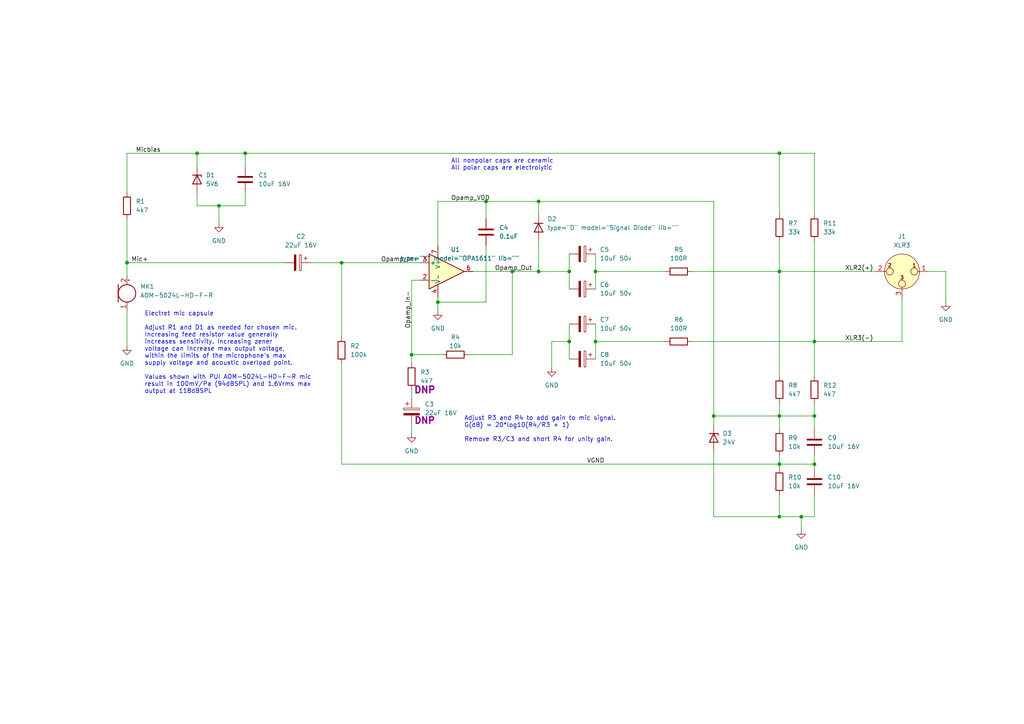
<source format=kicad_sch>
(kicad_sch (version 20230121) (generator eeschema)
  (paper "A4")
  (title_block (title "OpenRefMic") (date "2022-06-13") (rev "1.0") (company "Loudifier - MIT license - https://github.com/loudifier/OpenRefMic"))
  (lib_symbols
    (symbol "Connector:XLR3" (pin_names hide)
      (property "Reference" "J" (at 0 8.89 0))
      (property "Value" "XLR3" (at 0 6.35 0))
      (symbol "XLR3_0_1"
        (circle (center -3.556 0) (radius 1.016))
        (circle (center 0 -3.556) (radius 1.016))
        (polyline (pts (xy -5.08 0) (xy -4.572 0)))
        (polyline (pts (xy 0 -5.08) (xy 0 -4.572)))
        (polyline (pts (xy 5.08 0) (xy 4.572 0)))
        (circle (center 0 0) (radius 5.08) (fill (type background)))
        (circle (center 3.556 0) (radius 1.016))
        (text "1" (at -3.556 1.778 0) (effects (font (size 1.016 1.016) bold)))
        (text "2" (at 3.556 1.778 0) (effects (font (size 1.016 1.016) bold)))
        (text "3" (at 0 -1.778 0) (effects (font (size 1.016 1.016) bold)))
        (pin passive line (at -7.62 0 0) (length 2.54) (name "~") (number "1"))
        (pin passive line (at 7.62 0 180) (length 2.54) (name "~") (number "2"))
        (pin passive line (at 0 -7.62 90) (length 2.54) (name "~") (number "3"))
      )
    )
    (symbol "D_Zener_1" (pin_numbers hide) (pin_names (offset 1.016) hide)
      (property "Reference" "D1" (at 2.54 1.2701 90))
      (property "Value" "D_Zener_1" (at 2.54 -1.2699 90))
      (symbol "D_Zener_1_0_1"
        (polyline (pts (xy 1.27 0) (xy -1.27 0)))
        (polyline (pts (xy -1.27 -1.27) (xy -1.27 1.27) (xy -0.762 1.27)) (stroke (width 0.254)))
        (polyline (pts (xy 1.27 -1.27) (xy 1.27 1.27) (xy -1.27 0) (xy 1.27 -1.27)) (stroke (width 0.254)))
      )
      (symbol "D_Zener_1_1_1"
        (pin passive line (at 3.81 0 180) (length 2.54) (name "A") (number "1"))
        (pin passive line (at -3.81 0 0) (length 2.54) (name "K") (number "3"))
      )
    )
    (symbol "Device:C" (pin_numbers hide) (pin_names (offset 0.254))
      (property "Reference" "C" (at 0.635 2.54 0))
      (property "Value" "C" (at 0.635 -2.54 0))
      (symbol "C_0_1"
        (polyline (pts (xy -2.032 -0.762) (xy 2.032 -0.762)) (stroke (width 0.508)))
        (polyline (pts (xy -2.032 0.762) (xy 2.032 0.762)) (stroke (width 0.508)))
      )
      (symbol "C_1_1"
        (pin passive line (at 0 3.81 270) (length 2.794) (name "~") (number "1"))
        (pin passive line (at 0 -3.81 90) (length 2.794) (name "~") (number "2"))
      )
    )
    (symbol "Device:C_Polarized" (pin_numbers hide) (pin_names (offset 0.254))
      (property "Reference" "C" (at 0.635 2.54 0))
      (property "Value" "C_Polarized" (at 0.635 -2.54 0))
      (symbol "C_Polarized_0_1"
        (rectangle (start -2.286 0.508) (end 2.286 1.016))
        (polyline (pts (xy -1.778 2.286) (xy -0.762 2.286)))
        (polyline (pts (xy -1.27 2.794) (xy -1.27 1.778)))
        (rectangle (start 2.286 -0.508) (end -2.286 -1.016) (fill (type outline)))
      )
      (symbol "C_Polarized_1_1"
        (pin passive line (at 0 3.81 270) (length 2.794) (name "~") (number "1"))
        (pin passive line (at 0 -3.81 90) (length 2.794) (name "~") (number "2"))
      )
    )
    (symbol "Device:D_Zener" (pin_numbers hide) (pin_names (offset 1.016) hide)
      (property "Reference" "D3" (at 2.54 1.2701 90))
      (property "Value" "24V" (at 2.54 -1.2699 90))
      (symbol "D_Zener_0_1"
        (polyline (pts (xy 1.27 0) (xy -1.27 0)))
        (polyline (pts (xy -1.27 -1.27) (xy -1.27 1.27) (xy -0.762 1.27)) (stroke (width 0.254)))
        (polyline (pts (xy 1.27 -1.27) (xy 1.27 1.27) (xy -1.27 0) (xy 1.27 -1.27)) (stroke (width 0.254)))
      )
      (symbol "D_Zener_1_1"
        (pin passive line (at 3.81 0 180) (length 2.54) (name "A") (number "1"))
        (pin passive line (at -3.81 0 0) (length 2.54) (name "K") (number "3"))
      )
    )
    (symbol "Device:Microphone" (pin_names (offset 0.0254) hide)
      (property "Reference" "MK" (at -3.81 1.27 0))
      (property "Value" "Microphone" (at -3.81 -0.635 0))
      (symbol "Microphone_0_1"
        (polyline (pts (xy -2.54 2.54) (xy -2.54 -2.54)) (stroke (width 0.254)))
        (polyline (pts (xy 0.254 3.81) (xy 0.762 3.81)))
        (polyline (pts (xy 0.508 4.064) (xy 0.508 3.556)))
        (circle (center 0 0) (radius 2.54) (stroke (width 0.254)))
      )
      (symbol "Microphone_1_1"
        (pin passive line (at 0 -5.08 90) (length 2.54) (name "-") (number "1"))
        (pin passive line (at 0 5.08 270) (length 2.54) (name "+") (number "2"))
      )
    )
    (symbol "Device:R" (pin_numbers hide) (pin_names (offset 0))
      (property "Reference" "R" (at 2.032 0 90))
      (property "Value" "R" (at 0 0 90))
      (symbol "R_0_1"
        (rectangle (start -1.016 -2.54) (end 1.016 2.54) (stroke (width 0.254)))
      )
      (symbol "R_1_1"
        (pin passive line (at 0 3.81 270) (length 1.27) (name "~") (number "1"))
        (pin passive line (at 0 -3.81 90) (length 1.27) (name "~") (number "2"))
      )
    )
    (symbol "Simulation_SPICE:DIODE" (pin_numbers hide) (pin_names (offset 1.016) hide)
      (property "Reference" "D2" (at 2.54 1.2701 90))
      (property "Value" "DIODE" (at 2.54 -1.2699 90))
      (symbol "DIODE_0_1"
        (polyline (pts (xy 1.27 0) (xy -1.27 0)))
        (polyline (pts (xy 1.27 1.27) (xy 1.27 -1.27)) (stroke (width 0.254)))
        (polyline (pts (xy -1.27 -1.27) (xy -1.27 1.27) (xy 1.27 0) (xy -1.27 -1.27)) (stroke (width 0.254)))
      )
      (symbol "DIODE_1_1"
        (pin passive line (at -3.81 0 0) (length 2.54) (name "A") (number "1"))
        (pin passive line (at 3.81 0 180) (length 2.54) (name "K") (number "3"))
      )
    )
    (symbol "Simulation_SPICE:OPAMP" (pin_names (offset 0.254))
      (property "Reference" "U1" (at 10.16 4.699 0))
      (property "Value" "OPAMP" (at 10.16 2.159 0))
      (symbol "OPAMP_0_1"
        (polyline (pts (xy 5.08 0) (xy -5.08 5.08) (xy -5.08 -5.08) (xy 5.08 0)) (stroke (width 0.254)) (fill (type background)))
      )
      (symbol "OPAMP_1_1"
        (pin input line (at -7.62 -2.54 0) (length 2.54) (name "-") (number "2"))
        (pin input line (at -7.62 2.54 0) (length 2.54) (name "+") (number "3"))
        (pin power_in line (at -2.54 -7.62 90) (length 3.81) (name "V-") (number "4"))
        (pin output line (at 7.62 0 180) (length 2.54) (name "~") (number "6"))
        (pin power_in line (at -2.54 7.62 270) (length 3.81) (name "V+") (number "7"))
      )
    )
    (symbol "power:GND" (power) (pin_names (offset 0))
      (property "Value" "GND" (at 0 -3.81 0))
      (symbol "GND_0_1"
        (polyline (pts (xy 0 0) (xy 0 -1.27) (xy 1.27 -1.27) (xy 0 -2.54) (xy -1.27 -1.27) (xy 0 -1.27)))
      )
      (symbol "GND_1_1"
        (pin power_in line (at 0 0 270) (length 0) hide (name "GND") (number "1"))
      )
    )
  )
  (junction (at 99.06 76.2))
  (junction (at 236.22 99.06))
  (junction (at 236.22 120.65))
  (junction (at 165.1 78.74))
  (junction (at 172.72 99.06))
  (junction (at 140.97 58.42))
  (junction (at 226.06 44.45))
  (junction (at 226.06 120.65))
  (junction (at 226.06 149.86))
  (junction (at 127 87.63))
  (junction (at 148.59 78.74))
  (junction (at 207.01 120.65))
  (junction (at 156.21 58.42))
  (junction (at 226.06 134.62))
  (junction (at 63.5 59.69))
  (junction (at 236.22 134.62))
  (junction (at 172.72 78.74))
  (junction (at 57.15 44.45))
  (junction (at 119.38 102.87))
  (junction (at 156.21 78.74))
  (junction (at 71.12 44.45))
  (junction (at 232.41 149.86))
  (junction (at 226.06 78.74))
  (junction (at 36.83 76.2))
  (junction (at 165.1 99.06))
  (wire (pts (xy 71.12 44.45) (xy 71.12 48.26)))
  (wire (pts (xy 63.5 59.69) (xy 63.5 64.77)))
  (wire (pts (xy 156.21 78.7838) (xy 156.21 78.74)))
  (wire (pts (xy 236.22 120.65) (xy 236.22 124.46)))
  (wire (pts (xy 119.38 113.03) (xy 119.38 115.57)))
  (wire (pts (xy 99.06 134.62) (xy 226.06 134.62)))
  (wire (pts (xy 127 58.42) (xy 140.97 58.42)))
  (wire (pts (xy 161.29 78.74) (xy 165.1 78.74)))
  (wire (pts (xy 57.15 59.69) (xy 63.5 59.69)))
  (wire (pts (xy 165.1 73.66) (xy 165.1 78.74)))
  (wire (pts (xy 226.06 120.65) (xy 226.06 124.46)))
  (wire (pts (xy 119.38 102.87) (xy 119.38 105.41)))
  (wire (pts (xy 226.06 78.74) (xy 254 78.74)))
  (wire (pts (xy 236.22 62.23) (xy 236.22 44.45)))
  (wire (pts (xy 226.06 134.62) (xy 226.06 135.89)))
  (wire (pts (xy 161.29 78.74) (xy 156.21 78.7838)))
  (wire (pts (xy 226.06 69.85) (xy 226.06 78.74)))
  (wire (pts (xy 172.72 78.74) (xy 193.04 78.74)))
  (wire (pts (xy 156.21 58.42) (xy 156.21 62.23)))
  (wire (pts (xy 140.97 58.42) (xy 140.97 63.5)))
  (wire (pts (xy 148.59 78.74) (xy 156.21 78.74)))
  (wire (pts (xy 57.15 44.45) (xy 57.15 48.26)))
  (wire (pts (xy 165.1 99.06) (xy 165.1 104.14)))
  (wire (pts (xy 207.01 58.42) (xy 207.01 120.65)))
  (wire (pts (xy 172.72 99.06) (xy 193.04 99.06)))
  (wire (pts (xy 99.06 97.79) (xy 99.06 76.2)))
  (wire (pts (xy 236.22 134.62) (xy 236.22 135.89)))
  (wire (pts (xy 119.38 81.28) (xy 119.38 102.87)))
  (wire (pts (xy 36.83 63.5) (xy 36.83 76.2)))
  (wire (pts (xy 156.21 69.85) (xy 156.21 78.74)))
  (wire (pts (xy 232.41 149.86) (xy 236.22 149.86)))
  (wire (pts (xy 236.22 116.84) (xy 236.22 120.65)))
  (wire (pts (xy 236.22 132.08) (xy 236.22 134.62)))
  (wire (pts (xy 140.97 87.63) (xy 127 87.63)))
  (wire (pts (xy 172.72 78.74) (xy 172.72 83.82)))
  (wire (pts (xy 128.27 102.87) (xy 119.38 102.87)))
  (wire (pts (xy 207.01 120.65) (xy 226.06 120.65)))
  (wire (pts (xy 261.62 86.36) (xy 261.62 99.06)))
  (wire (pts (xy 261.62 99.06) (xy 236.22 99.06)))
  (wire (pts (xy 36.83 90.17) (xy 36.83 100.33)))
  (wire (pts (xy 90.17 76.2) (xy 99.06 76.2)))
  (wire (pts (xy 165.1 78.74) (xy 165.1 83.82)))
  (wire (pts (xy 165.1 93.98) (xy 165.1 99.06)))
  (wire (pts (xy 274.32 87.63) (xy 274.32 78.74)))
  (wire (pts (xy 99.06 76.2) (xy 121.92 76.2)))
  (wire (pts (xy 63.5 59.69) (xy 71.12 59.69)))
  (wire (pts (xy 57.15 55.88) (xy 57.15 59.69)))
  (wire (pts (xy 226.06 44.45) (xy 71.12 44.45)))
  (wire (pts (xy 236.22 99.06) (xy 236.22 109.22)))
  (wire (pts (xy 232.41 149.86) (xy 226.06 149.86)))
  (wire (pts (xy 36.83 44.45) (xy 36.83 55.88)))
  (wire (pts (xy 165.1 99.06) (xy 160.02 99.06)))
  (wire (pts (xy 226.06 132.08) (xy 226.06 134.62)))
  (wire (pts (xy 200.66 99.06) (xy 236.22 99.06)))
  (wire (pts (xy 236.22 149.86) (xy 236.22 143.51)))
  (wire (pts (xy 36.83 44.45) (xy 57.15 44.45)))
  (wire (pts (xy 172.72 93.98) (xy 172.72 99.06)))
  (wire (pts (xy 36.83 76.2) (xy 36.83 80.01)))
  (wire (pts (xy 127 86.36) (xy 127 87.63)))
  (wire (pts (xy 119.38 123.19) (xy 119.38 125.73)))
  (wire (pts (xy 127 71.12) (xy 127 58.42)))
  (wire (pts (xy 207.01 130.81) (xy 207.01 149.86)))
  (wire (pts (xy 232.41 149.86) (xy 232.41 153.67)))
  (wire (pts (xy 172.72 73.66) (xy 172.72 78.74)))
  (wire (pts (xy 207.01 149.86) (xy 226.06 149.86)))
  (wire (pts (xy 236.22 69.85) (xy 236.22 99.06)))
  (wire (pts (xy 121.92 81.28) (xy 119.38 81.28)))
  (wire (pts (xy 226.06 120.65) (xy 236.22 120.65)))
  (wire (pts (xy 148.59 102.87) (xy 148.59 78.74)))
  (wire (pts (xy 200.66 78.74) (xy 226.06 78.74)))
  (wire (pts (xy 236.22 44.45) (xy 226.06 44.45)))
  (wire (pts (xy 160.02 99.06) (xy 160.02 106.6362)))
  (wire (pts (xy 156.21 58.42) (xy 207.01 58.42)))
  (wire (pts (xy 172.72 99.06) (xy 172.72 104.14)))
  (wire (pts (xy 71.12 44.45) (xy 57.15 44.45)))
  (wire (pts (xy 99.06 105.41) (xy 99.06 134.62)))
  (wire (pts (xy 135.89 102.87) (xy 148.59 102.87)))
  (wire (pts (xy 127 87.63) (xy 127 90.17)))
  (wire (pts (xy 140.97 58.42) (xy 156.21 58.42)))
  (wire (pts (xy 71.12 55.88) (xy 71.12 59.69)))
  (wire (pts (xy 226.06 109.22) (xy 226.06 78.74)))
  (wire (pts (xy 140.97 71.12) (xy 140.97 87.63)))
  (wire (pts (xy 207.01 123.19) (xy 207.01 120.65)))
  (wire (pts (xy 226.06 149.86) (xy 226.06 143.51)))
  (wire (pts (xy 274.32 78.74) (xy 269.24 78.74)))
  (wire (pts (xy 137.16 78.74) (xy 148.59 78.74)))
  (wire (pts (xy 226.06 134.62) (xy 236.22 134.62)))
  (wire (pts (xy 226.06 116.84) (xy 226.06 120.65)))
  (wire (pts (xy 36.83 76.2) (xy 82.55 76.2)))
  (wire (pts (xy 226.06 44.45) (xy 226.06 62.23)))
  (text "All nonpolar caps are ceramic\nAll polar caps are electrolytic" (at 130.81 49.53 0) (effects (font (size 1.27 1.27)) (justify left bottom)))
  (text "Adjust R3 and R4 to add gain to mic signal.\nG(dB) = 20*log10(R4/R3 + 1)\n\nRemove R3/C3 and short R4 for unity gain. " (at 134.62 128.27 0) (effects (font (size 1.27 1.27)) (justify left bottom)))
  (text "Electret mic capsule\n\nAdjust R1 and D1 as needed for chosen mic.\nIncreasing feed resistor value generally\nincreases sensitivity. Increasing zener\nvoltage can increase max output voltage,\nwithin the limits of the microphone's max\nsupply voltage and acoustic overload point.\n\nValues shown with PUI AOM-5024L-HD-F-R mic\nresult in 100mV/Pa (94dBSPL) and 1.6Vrms max\noutput at 118dBSPL" (at 41.91 114.3 0) (effects (font (size 1.27 1.27)) (justify left bottom)))
  (label "XLR3(-)" (at 245.11 99.06 0))
  (label "Opamp_In+" (at 110.49 76.2 0))
  (label "Opamp_VDD" (at 130.81 58.42 0))
  (label "Micbias" (at 39.37 44.45 0))
  (label "Opamp_In-" (at 119.38 95.25 90))
  (label "Opamp_Out" (at 143.51 78.74 0))
  (label "XLR2(+)" (at 245.11 78.74 0))
  (label "Mic+" (at 38.1 76.2 0))
  (label "VGND" (at 170.18 134.62 0))
  (symbol (lib_id "Simulation_SPICE:OPAMP") (at 129.54 78.74 0) (unit 1)
    (property "Reference" "U1" (at 132.08 72.39 0))
    (property "Value" "${SIM.PARAMS}" (at 133.35 74.93 0))
    (property "Footprint" "Package_SO:SOIC-8_3.9x4.9mm_P1.27mm" (effects hide))
    (property "Sim.Device" "SPICE" (effects hide))
    (property "Sim.Params" "type=\"X\" model=\"OPA1611\" lib=\"\"" (effects hide))
    (property "Sim.Pins" "2=1 3=2 4=3 6=4 7=5" (effects hide))
  )
  (symbol (lib_id "Device:R") (at 196.85 78.74 90) (unit 1)
    (property "Reference" "R5" (at 196.85 72.39 90))
    (property "Value" "100R" (at 196.85 74.93 90))
    (property "Footprint" "Resistor_SMD:R_0603_1608Metric_Pad0.98x0.95mm_HandSolder" (effects hide))
  )
  (symbol (lib_id "Device:D_Zener") (at 207.01 127 270) (unit 1)
    (property "Reference" "D3" (at 209.55 125.73 90) (effects (justify left)))
    (property "Value" "24V" (at 209.55 128.27 90) (effects (justify left)))
    (property "Footprint" "Package_TO_SOT_SMD:SOT-23_Handsoldering" (effects hide))
  )
  (symbol (lib_id "Simulation_SPICE:DIODE") (at 156.21 66.04 90) (unit 1)
    (property "Reference" "D2" (at 158.75 63.5 90) (effects (justify right)))
    (property "Value" "${SIM.PARAMS}" (at 158.75 66.04 90) (effects (justify right)))
    (property "Footprint" "Package_TO_SOT_SMD:SOT-23_Handsoldering" (effects hide))
    (property "Sim.Device" "SPICE" (effects hide))
    (property "Sim.Params" "type=\"D\" model=\"Signal Diode\" lib=\"\"" (effects hide))
    (property "Sim.Pins" "1=1 3=2" (effects hide))
  )
  (symbol (lib_id "power:GND") (at 36.83 100.33 0) (unit 1)
    (property "Reference" "#PWR01" (effects hide))
    (property "Value" "GND" (at 36.83 105.41 0))
  )
  (symbol (lib_id "power:GND") (at 232.41 153.67 0) (unit 1)
    (property "Reference" "#PWR06" (effects hide))
    (property "Value" "GND" (at 232.41 158.75 0))
  )
  (symbol (lib_id "Device:C_Polarized") (at 119.38 119.38 0) (unit 1) (in_bom no)
    (property "Reference" "C3" (at 123.19 117.2209 0) (effects (justify left)))
    (property "Value" "22uF 16V" (at 123.19 119.7609 0) (effects (justify left)))
    (property "Footprint" "Capacitor_SMD:CP_Elec_5x5.4" (effects hide))
    (property "DNP" "DNP" (at 123.19 121.92 0) (effects (font (size 1.905 1.905) bold)))
  )
  (symbol (lib_id "Device:C") (at 236.22 128.27 0) (unit 1)
    (property "Reference" "C9" (at 240.03 126.9999 0) (effects (justify left)))
    (property "Value" "10uF 16V" (at 240.03 129.5399 0) (effects (justify left)))
    (property "Footprint" "Capacitor_SMD:C_0805_2012Metric_Pad1.18x1.45mm_HandSolder" (effects hide))
  )
  (symbol (lib_id "power:GND") (at 160.02 106.6362 0) (unit 1)
    (property "Reference" "#PWR05" (effects hide))
    (property "Value" "GND" (at 160.02 111.7162 0))
  )
  (symbol (lib_id "Device:R") (at 226.06 139.7 0) (unit 1)
    (property "Reference" "R10" (at 228.6 138.4299 0) (effects (justify left)))
    (property "Value" "10k" (at 228.6 140.9699 0) (effects (justify left)))
    (property "Footprint" "Resistor_SMD:R_0603_1608Metric_Pad0.98x0.95mm_HandSolder" (effects hide))
  )
  (symbol (lib_id "power:GND") (at 119.38 125.73 0) (unit 1)
    (property "Reference" "#PWR03" (effects hide))
    (property "Value" "GND" (at 119.38 130.81 0))
  )
  (symbol (lib_id "Device:R") (at 226.06 66.04 0) (unit 1)
    (property "Reference" "R7" (at 228.6 64.7699 0) (effects (justify left)))
    (property "Value" "33k" (at 228.6 67.3099 0) (effects (justify left)))
    (property "Footprint" "Resistor_SMD:R_0603_1608Metric_Pad0.98x0.95mm_HandSolder" (effects hide))
  )
  (symbol (lib_id "Device:C") (at 71.12 52.07 0) (unit 1)
    (property "Reference" "C1" (at 74.93 50.7999 0) (effects (justify left)))
    (property "Value" "10uF 16V" (at 74.93 53.3399 0) (effects (justify left)))
    (property "Footprint" "Capacitor_SMD:C_0805_2012Metric_Pad1.18x1.45mm_HandSolder" (effects hide))
  )
  (symbol (lib_id "Device:Microphone") (at 36.83 85.09 0) (unit 1)
    (property "Reference" "MK1" (at 40.64 83.1214 0) (effects (justify left)))
    (property "Value" "AOM-5024L-HD-F-R" (at 40.64 85.6614 0) (effects (justify left)))
    (property "Footprint" "Connector_PinHeader_2.54mm:PinHeader_1x02_P2.54mm_Vertical" (effects hide))
  )
  (symbol (lib_id "power:GND") (at 63.5 64.77 0) (unit 1)
    (property "Reference" "#PWR02" (effects hide))
    (property "Value" "GND" (at 63.5 69.85 0))
  )
  (symbol (lib_id "Device:C_Polarized") (at 168.91 104.14 270) (unit 1)
    (property "Reference" "C8" (at 173.99 102.87 90) (effects (justify left)))
    (property "Value" "10uF 50v" (at 173.99 105.41 90) (effects (justify left)))
    (property "Footprint" "Capacitor_SMD:CP_Elec_6.3x5.4_Nichicon" (effects hide))
  )
  (symbol (lib_id "Device:R") (at 226.06 128.27 0) (unit 1)
    (property "Reference" "R9" (at 228.6 126.9999 0) (effects (justify left)))
    (property "Value" "10k" (at 228.6 129.5399 0) (effects (justify left)))
    (property "Footprint" "Resistor_SMD:R_0603_1608Metric_Pad0.98x0.95mm_HandSolder" (effects hide))
  )
  (symbol (lib_id "Device:R") (at 236.22 113.03 0) (unit 1)
    (property "Reference" "R12" (at 238.76 111.7599 0) (effects (justify left)))
    (property "Value" "4k7" (at 238.76 114.2999 0) (effects (justify left)))
    (property "Footprint" "Resistor_SMD:R_0603_1608Metric_Pad0.98x0.95mm_HandSolder" (effects hide))
  )
  (symbol (lib_id "Device:C_Polarized") (at 168.91 83.82 270) (unit 1)
    (property "Reference" "C6" (at 173.99 82.55 90) (effects (justify left)))
    (property "Value" "10uF 50v" (at 173.99 85.09 90) (effects (justify left)))
    (property "Footprint" "Capacitor_SMD:CP_Elec_6.3x5.4_Nichicon" (effects hide))
  )
  (symbol (lib_id "Device:R") (at 99.06 101.6 0) (unit 1)
    (property "Reference" "R2" (at 101.6 100.3299 0) (effects (justify left)))
    (property "Value" "100k" (at 101.6 102.8699 0) (effects (justify left)))
    (property "Footprint" "Resistor_SMD:R_0603_1608Metric_Pad0.98x0.95mm_HandSolder" (effects hide))
  )
  (symbol (lib_id "Device:C_Polarized") (at 168.91 73.66 270) (unit 1)
    (property "Reference" "C5" (at 173.99 72.39 90) (effects (justify left)))
    (property "Value" "10uF 50v" (at 173.99 74.93 90) (effects (justify left)))
    (property "Footprint" "Capacitor_SMD:CP_Elec_6.3x5.4_Nichicon" (effects hide))
  )
  (symbol (lib_id "Connector:XLR3") (at 261.62 78.74 0) (mirror y) (unit 1)
    (property "Reference" "J1" (at 261.62 68.58 0))
    (property "Value" "XLR3" (at 261.62 71.12 0))
    (property "Footprint" "Connector_PinHeader_2.54mm:PinHeader_1x03_P2.54mm_Vertical" (effects hide))
    (property "Datasheet" " ~" (effects hide))
  )
  (symbol (lib_id "power:GND") (at 127 90.17 0) (unit 1)
    (property "Reference" "#PWR04" (effects hide))
    (property "Value" "GND" (at 127 95.25 0))
  )
  (symbol (lib_id "Device:C") (at 140.97 67.31 0) (unit 1)
    (property "Reference" "C4" (at 144.78 66.0399 0) (effects (justify left)))
    (property "Value" "0.1uF" (at 144.78 68.5799 0) (effects (justify left)))
    (property "Footprint" "Capacitor_SMD:C_0603_1608Metric_Pad1.08x0.95mm_HandSolder" (effects hide))
  )
  (symbol (lib_id "Device:R") (at 196.85 99.06 90) (unit 1)
    (property "Reference" "R6" (at 196.85 92.71 90))
    (property "Value" "100R" (at 196.85 95.25 90))
    (property "Footprint" "Resistor_SMD:R_0603_1608Metric_Pad0.98x0.95mm_HandSolder" (effects hide))
  )
  (symbol (lib_id "Device:R") (at 236.22 66.04 0) (unit 1)
    (property "Reference" "R11" (at 238.76 64.7699 0) (effects (justify left)))
    (property "Value" "33k" (at 238.76 67.3099 0) (effects (justify left)))
    (property "Footprint" "Resistor_SMD:R_0603_1608Metric_Pad0.98x0.95mm_HandSolder" (effects hide))
  )
  (symbol (lib_id "Device:R") (at 119.38 109.22 0) (unit 1) (in_bom no)
    (property "Reference" "R3" (at 121.92 107.9499 0) (effects (justify left)))
    (property "Value" "4k7" (at 121.92 110.4899 0) (effects (justify left)))
    (property "Footprint" "Resistor_SMD:R_0603_1608Metric_Pad0.98x0.95mm_HandSolder" (effects hide))
    (property "DNP" "DNP" (at 123.19 113.03 0) (effects (font (size 1.95 1.95) bold)))
  )
  (symbol (lib_id "Device:R") (at 132.08 102.87 90) (unit 1)
    (property "Reference" "R4" (at 132.08 97.79 90))
    (property "Value" "10k" (at 132.08 100.33 90))
    (property "Footprint" "Resistor_SMD:R_0603_1608Metric_Pad0.98x0.95mm_HandSolder" (effects hide))
  )
  (symbol (lib_id "power:GND") (at 274.32 87.63 0) (unit 1)
    (property "Reference" "#PWR07" (effects hide))
    (property "Value" "GND" (at 274.32 92.71 0))
  )
  (symbol (lib_name "D_Zener_1") (lib_id "Device:D_Zener") (at 57.15 52.07 270) (unit 1)
    (property "Reference" "D1" (at 59.69 50.8 90) (effects (justify left)))
    (property "Value" "5V6" (at 59.69 53.34 90) (effects (justify left)))
    (property "Footprint" "Package_TO_SOT_SMD:SC-59_Handsoldering" (effects hide))
  )
  (symbol (lib_id "Device:C_Polarized") (at 86.36 76.2 270) (unit 1)
    (property "Reference" "C2" (at 87.249 68.58 90))
    (property "Value" "22uF 16V" (at 87.249 71.12 90))
    (property "Footprint" "Capacitor_SMD:CP_Elec_5x5.4" (effects hide))
  )
  (symbol (lib_id "Device:C") (at 236.22 139.7 0) (unit 1)
    (property "Reference" "C10" (at 240.03 138.4299 0) (effects (justify left)))
    (property "Value" "10uF 16V" (at 240.03 140.9699 0) (effects (justify left)))
    (property "Footprint" "Capacitor_SMD:C_0805_2012Metric_Pad1.18x1.45mm_HandSolder" (effects hide))
  )
  (symbol (lib_id "Device:R") (at 36.83 59.69 0) (unit 1)
    (property "Reference" "R1" (at 39.37 58.4199 0) (effects (justify left)))
    (property "Value" "4k7" (at 39.37 60.9599 0) (effects (justify left)))
    (property "Footprint" "Resistor_SMD:R_0603_1608Metric_Pad0.98x0.95mm_HandSolder" (effects hide))
  )
  (symbol (lib_id "Device:R") (at 226.06 113.03 0) (unit 1)
    (property "Reference" "R8" (at 228.6 111.7599 0) (effects (justify left)))
    (property "Value" "4k7" (at 228.6 114.2999 0) (effects (justify left)))
    (property "Footprint" "Resistor_SMD:R_0603_1608Metric_Pad0.98x0.95mm_HandSolder" (effects hide))
  )
  (symbol (lib_id "Device:C_Polarized") (at 168.91 93.98 270) (unit 1)
    (property "Reference" "C7" (at 173.99 92.71 90) (effects (justify left)))
    (property "Value" "10uF 50v" (at 173.99 95.25 90) (effects (justify left)))
    (property "Footprint" "Capacitor_SMD:CP_Elec_6.3x5.4_Nichicon" (effects hide))
  )
)
</source>
